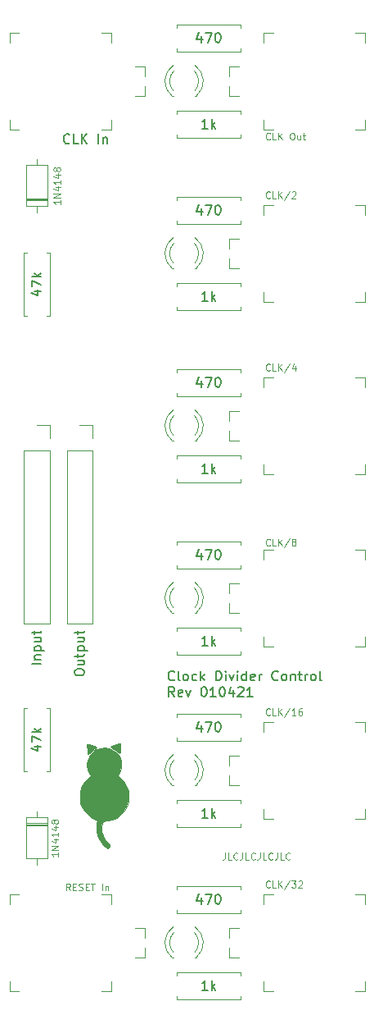
<source format=gbr>
G04 #@! TF.GenerationSoftware,KiCad,Pcbnew,(5.1.9)-1*
G04 #@! TF.CreationDate,2021-04-27T02:12:15+02:00*
G04 #@! TF.ProjectId,Clock Divider Control,436c6f63-6b20-4446-9976-696465722043,rev?*
G04 #@! TF.SameCoordinates,Original*
G04 #@! TF.FileFunction,Legend,Top*
G04 #@! TF.FilePolarity,Positive*
%FSLAX46Y46*%
G04 Gerber Fmt 4.6, Leading zero omitted, Abs format (unit mm)*
G04 Created by KiCad (PCBNEW (5.1.9)-1) date 2021-04-27 02:12:15*
%MOMM*%
%LPD*%
G01*
G04 APERTURE LIST*
%ADD10C,0.100000*%
%ADD11C,0.150000*%
%ADD12C,0.010000*%
%ADD13C,0.120000*%
G04 APERTURE END LIST*
D10*
X23291666Y-85976666D02*
X23291666Y-86476666D01*
X23258333Y-86576666D01*
X23191666Y-86643333D01*
X23091666Y-86676666D01*
X23025000Y-86676666D01*
X23958333Y-86676666D02*
X23625000Y-86676666D01*
X23625000Y-85976666D01*
X24591666Y-86610000D02*
X24558333Y-86643333D01*
X24458333Y-86676666D01*
X24391666Y-86676666D01*
X24291666Y-86643333D01*
X24225000Y-86576666D01*
X24191666Y-86510000D01*
X24158333Y-86376666D01*
X24158333Y-86276666D01*
X24191666Y-86143333D01*
X24225000Y-86076666D01*
X24291666Y-86010000D01*
X24391666Y-85976666D01*
X24458333Y-85976666D01*
X24558333Y-86010000D01*
X24591666Y-86043333D01*
X25091666Y-85976666D02*
X25091666Y-86476666D01*
X25058333Y-86576666D01*
X24991666Y-86643333D01*
X24891666Y-86676666D01*
X24825000Y-86676666D01*
X25758333Y-86676666D02*
X25425000Y-86676666D01*
X25425000Y-85976666D01*
X26391666Y-86610000D02*
X26358333Y-86643333D01*
X26258333Y-86676666D01*
X26191666Y-86676666D01*
X26091666Y-86643333D01*
X26025000Y-86576666D01*
X25991666Y-86510000D01*
X25958333Y-86376666D01*
X25958333Y-86276666D01*
X25991666Y-86143333D01*
X26025000Y-86076666D01*
X26091666Y-86010000D01*
X26191666Y-85976666D01*
X26258333Y-85976666D01*
X26358333Y-86010000D01*
X26391666Y-86043333D01*
X26891666Y-85976666D02*
X26891666Y-86476666D01*
X26858333Y-86576666D01*
X26791666Y-86643333D01*
X26691666Y-86676666D01*
X26625000Y-86676666D01*
X27558333Y-86676666D02*
X27225000Y-86676666D01*
X27225000Y-85976666D01*
X28191666Y-86610000D02*
X28158333Y-86643333D01*
X28058333Y-86676666D01*
X27991666Y-86676666D01*
X27891666Y-86643333D01*
X27825000Y-86576666D01*
X27791666Y-86510000D01*
X27758333Y-86376666D01*
X27758333Y-86276666D01*
X27791666Y-86143333D01*
X27825000Y-86076666D01*
X27891666Y-86010000D01*
X27991666Y-85976666D01*
X28058333Y-85976666D01*
X28158333Y-86010000D01*
X28191666Y-86043333D01*
X28691666Y-85976666D02*
X28691666Y-86476666D01*
X28658333Y-86576666D01*
X28591666Y-86643333D01*
X28491666Y-86676666D01*
X28425000Y-86676666D01*
X29358333Y-86676666D02*
X29025000Y-86676666D01*
X29025000Y-85976666D01*
X29991666Y-86610000D02*
X29958333Y-86643333D01*
X29858333Y-86676666D01*
X29791666Y-86676666D01*
X29691666Y-86643333D01*
X29625000Y-86576666D01*
X29591666Y-86510000D01*
X29558333Y-86376666D01*
X29558333Y-86276666D01*
X29591666Y-86143333D01*
X29625000Y-86076666D01*
X29691666Y-86010000D01*
X29791666Y-85976666D01*
X29858333Y-85976666D01*
X29958333Y-86010000D01*
X29991666Y-86043333D01*
D11*
X18052023Y-68112142D02*
X18004404Y-68159761D01*
X17861547Y-68207380D01*
X17766309Y-68207380D01*
X17623452Y-68159761D01*
X17528214Y-68064523D01*
X17480595Y-67969285D01*
X17432976Y-67778809D01*
X17432976Y-67635952D01*
X17480595Y-67445476D01*
X17528214Y-67350238D01*
X17623452Y-67255000D01*
X17766309Y-67207380D01*
X17861547Y-67207380D01*
X18004404Y-67255000D01*
X18052023Y-67302619D01*
X18623452Y-68207380D02*
X18528214Y-68159761D01*
X18480595Y-68064523D01*
X18480595Y-67207380D01*
X19147261Y-68207380D02*
X19052023Y-68159761D01*
X19004404Y-68112142D01*
X18956785Y-68016904D01*
X18956785Y-67731190D01*
X19004404Y-67635952D01*
X19052023Y-67588333D01*
X19147261Y-67540714D01*
X19290119Y-67540714D01*
X19385357Y-67588333D01*
X19432976Y-67635952D01*
X19480595Y-67731190D01*
X19480595Y-68016904D01*
X19432976Y-68112142D01*
X19385357Y-68159761D01*
X19290119Y-68207380D01*
X19147261Y-68207380D01*
X20337738Y-68159761D02*
X20242500Y-68207380D01*
X20052023Y-68207380D01*
X19956785Y-68159761D01*
X19909166Y-68112142D01*
X19861547Y-68016904D01*
X19861547Y-67731190D01*
X19909166Y-67635952D01*
X19956785Y-67588333D01*
X20052023Y-67540714D01*
X20242500Y-67540714D01*
X20337738Y-67588333D01*
X20766309Y-68207380D02*
X20766309Y-67207380D01*
X20861547Y-67826428D02*
X21147261Y-68207380D01*
X21147261Y-67540714D02*
X20766309Y-67921666D01*
X22337738Y-68207380D02*
X22337738Y-67207380D01*
X22575833Y-67207380D01*
X22718690Y-67255000D01*
X22813928Y-67350238D01*
X22861547Y-67445476D01*
X22909166Y-67635952D01*
X22909166Y-67778809D01*
X22861547Y-67969285D01*
X22813928Y-68064523D01*
X22718690Y-68159761D01*
X22575833Y-68207380D01*
X22337738Y-68207380D01*
X23337738Y-68207380D02*
X23337738Y-67540714D01*
X23337738Y-67207380D02*
X23290119Y-67255000D01*
X23337738Y-67302619D01*
X23385357Y-67255000D01*
X23337738Y-67207380D01*
X23337738Y-67302619D01*
X23718690Y-67540714D02*
X23956785Y-68207380D01*
X24194880Y-67540714D01*
X24575833Y-68207380D02*
X24575833Y-67540714D01*
X24575833Y-67207380D02*
X24528214Y-67255000D01*
X24575833Y-67302619D01*
X24623452Y-67255000D01*
X24575833Y-67207380D01*
X24575833Y-67302619D01*
X25480595Y-68207380D02*
X25480595Y-67207380D01*
X25480595Y-68159761D02*
X25385357Y-68207380D01*
X25194880Y-68207380D01*
X25099642Y-68159761D01*
X25052023Y-68112142D01*
X25004404Y-68016904D01*
X25004404Y-67731190D01*
X25052023Y-67635952D01*
X25099642Y-67588333D01*
X25194880Y-67540714D01*
X25385357Y-67540714D01*
X25480595Y-67588333D01*
X26337738Y-68159761D02*
X26242500Y-68207380D01*
X26052023Y-68207380D01*
X25956785Y-68159761D01*
X25909166Y-68064523D01*
X25909166Y-67683571D01*
X25956785Y-67588333D01*
X26052023Y-67540714D01*
X26242500Y-67540714D01*
X26337738Y-67588333D01*
X26385357Y-67683571D01*
X26385357Y-67778809D01*
X25909166Y-67874047D01*
X26813928Y-68207380D02*
X26813928Y-67540714D01*
X26813928Y-67731190D02*
X26861547Y-67635952D01*
X26909166Y-67588333D01*
X27004404Y-67540714D01*
X27099642Y-67540714D01*
X28766309Y-68112142D02*
X28718690Y-68159761D01*
X28575833Y-68207380D01*
X28480595Y-68207380D01*
X28337738Y-68159761D01*
X28242500Y-68064523D01*
X28194880Y-67969285D01*
X28147261Y-67778809D01*
X28147261Y-67635952D01*
X28194880Y-67445476D01*
X28242500Y-67350238D01*
X28337738Y-67255000D01*
X28480595Y-67207380D01*
X28575833Y-67207380D01*
X28718690Y-67255000D01*
X28766309Y-67302619D01*
X29337738Y-68207380D02*
X29242500Y-68159761D01*
X29194880Y-68112142D01*
X29147261Y-68016904D01*
X29147261Y-67731190D01*
X29194880Y-67635952D01*
X29242500Y-67588333D01*
X29337738Y-67540714D01*
X29480595Y-67540714D01*
X29575833Y-67588333D01*
X29623452Y-67635952D01*
X29671071Y-67731190D01*
X29671071Y-68016904D01*
X29623452Y-68112142D01*
X29575833Y-68159761D01*
X29480595Y-68207380D01*
X29337738Y-68207380D01*
X30099642Y-67540714D02*
X30099642Y-68207380D01*
X30099642Y-67635952D02*
X30147261Y-67588333D01*
X30242500Y-67540714D01*
X30385357Y-67540714D01*
X30480595Y-67588333D01*
X30528214Y-67683571D01*
X30528214Y-68207380D01*
X30861547Y-67540714D02*
X31242500Y-67540714D01*
X31004404Y-67207380D02*
X31004404Y-68064523D01*
X31052023Y-68159761D01*
X31147261Y-68207380D01*
X31242500Y-68207380D01*
X31575833Y-68207380D02*
X31575833Y-67540714D01*
X31575833Y-67731190D02*
X31623452Y-67635952D01*
X31671071Y-67588333D01*
X31766309Y-67540714D01*
X31861547Y-67540714D01*
X32337738Y-68207380D02*
X32242500Y-68159761D01*
X32194880Y-68112142D01*
X32147261Y-68016904D01*
X32147261Y-67731190D01*
X32194880Y-67635952D01*
X32242500Y-67588333D01*
X32337738Y-67540714D01*
X32480595Y-67540714D01*
X32575833Y-67588333D01*
X32623452Y-67635952D01*
X32671071Y-67731190D01*
X32671071Y-68016904D01*
X32623452Y-68112142D01*
X32575833Y-68159761D01*
X32480595Y-68207380D01*
X32337738Y-68207380D01*
X33242500Y-68207380D02*
X33147261Y-68159761D01*
X33099642Y-68064523D01*
X33099642Y-67207380D01*
X18052023Y-69857380D02*
X17718690Y-69381190D01*
X17480595Y-69857380D02*
X17480595Y-68857380D01*
X17861547Y-68857380D01*
X17956785Y-68905000D01*
X18004404Y-68952619D01*
X18052023Y-69047857D01*
X18052023Y-69190714D01*
X18004404Y-69285952D01*
X17956785Y-69333571D01*
X17861547Y-69381190D01*
X17480595Y-69381190D01*
X18861547Y-69809761D02*
X18766309Y-69857380D01*
X18575833Y-69857380D01*
X18480595Y-69809761D01*
X18432976Y-69714523D01*
X18432976Y-69333571D01*
X18480595Y-69238333D01*
X18575833Y-69190714D01*
X18766309Y-69190714D01*
X18861547Y-69238333D01*
X18909166Y-69333571D01*
X18909166Y-69428809D01*
X18432976Y-69524047D01*
X19242500Y-69190714D02*
X19480595Y-69857380D01*
X19718690Y-69190714D01*
X21052023Y-68857380D02*
X21147261Y-68857380D01*
X21242500Y-68905000D01*
X21290119Y-68952619D01*
X21337738Y-69047857D01*
X21385357Y-69238333D01*
X21385357Y-69476428D01*
X21337738Y-69666904D01*
X21290119Y-69762142D01*
X21242500Y-69809761D01*
X21147261Y-69857380D01*
X21052023Y-69857380D01*
X20956785Y-69809761D01*
X20909166Y-69762142D01*
X20861547Y-69666904D01*
X20813928Y-69476428D01*
X20813928Y-69238333D01*
X20861547Y-69047857D01*
X20909166Y-68952619D01*
X20956785Y-68905000D01*
X21052023Y-68857380D01*
X22337738Y-69857380D02*
X21766309Y-69857380D01*
X22052023Y-69857380D02*
X22052023Y-68857380D01*
X21956785Y-69000238D01*
X21861547Y-69095476D01*
X21766309Y-69143095D01*
X22956785Y-68857380D02*
X23052023Y-68857380D01*
X23147261Y-68905000D01*
X23194880Y-68952619D01*
X23242500Y-69047857D01*
X23290119Y-69238333D01*
X23290119Y-69476428D01*
X23242500Y-69666904D01*
X23194880Y-69762142D01*
X23147261Y-69809761D01*
X23052023Y-69857380D01*
X22956785Y-69857380D01*
X22861547Y-69809761D01*
X22813928Y-69762142D01*
X22766309Y-69666904D01*
X22718690Y-69476428D01*
X22718690Y-69238333D01*
X22766309Y-69047857D01*
X22813928Y-68952619D01*
X22861547Y-68905000D01*
X22956785Y-68857380D01*
X24147261Y-69190714D02*
X24147261Y-69857380D01*
X23909166Y-68809761D02*
X23671071Y-69524047D01*
X24290119Y-69524047D01*
X24623452Y-68952619D02*
X24671071Y-68905000D01*
X24766309Y-68857380D01*
X25004404Y-68857380D01*
X25099642Y-68905000D01*
X25147261Y-68952619D01*
X25194880Y-69047857D01*
X25194880Y-69143095D01*
X25147261Y-69285952D01*
X24575833Y-69857380D01*
X25194880Y-69857380D01*
X26147261Y-69857380D02*
X25575833Y-69857380D01*
X25861547Y-69857380D02*
X25861547Y-68857380D01*
X25766309Y-69000238D01*
X25671071Y-69095476D01*
X25575833Y-69143095D01*
D12*
G04 #@! TO.C,G\u002A\u002A\u002A*
G36*
X11251975Y-75180533D02*
G01*
X11639529Y-75329561D01*
X11986874Y-75592268D01*
X12020458Y-75625178D01*
X12259055Y-75902088D01*
X12409725Y-76185374D01*
X12492509Y-76521590D01*
X12518932Y-76783159D01*
X12529654Y-77058677D01*
X12511742Y-77260634D01*
X12454670Y-77447923D01*
X12364921Y-77644864D01*
X12179587Y-78023673D01*
X12449200Y-78247629D01*
X12798462Y-78618667D01*
X13072837Y-79075043D01*
X13256494Y-79582167D01*
X13333602Y-80105445D01*
X13335000Y-80183282D01*
X13274094Y-80711320D01*
X13101737Y-81209219D01*
X12833466Y-81660702D01*
X12484822Y-82049491D01*
X12071342Y-82359310D01*
X11608566Y-82573880D01*
X11112032Y-82676923D01*
X10948071Y-82683684D01*
X10760332Y-82693029D01*
X10654696Y-82742592D01*
X10579815Y-82864664D01*
X10549853Y-82934124D01*
X10466088Y-83302435D01*
X10496622Y-83712429D01*
X10636393Y-84145591D01*
X10880336Y-84583404D01*
X11069598Y-84834623D01*
X11238260Y-85055034D01*
X11315470Y-85211237D01*
X11309114Y-85328485D01*
X11249526Y-85410842D01*
X11119072Y-85484092D01*
X10968517Y-85450022D01*
X10783972Y-85303000D01*
X10664337Y-85173553D01*
X10314002Y-84687667D01*
X10081051Y-84180772D01*
X9972200Y-83668744D01*
X9964776Y-83519211D01*
X9969742Y-83247845D01*
X9987931Y-83000606D01*
X10012845Y-82843508D01*
X10035402Y-82728381D01*
X10014438Y-82648134D01*
X9926350Y-82574707D01*
X9747535Y-82480041D01*
X9678634Y-82446221D01*
X9245674Y-82169047D01*
X8856572Y-81794867D01*
X8547301Y-81360126D01*
X8479123Y-81230895D01*
X8390392Y-81034189D01*
X8334836Y-80858821D01*
X8304911Y-80662432D01*
X8293077Y-80402661D01*
X8291513Y-80177105D01*
X8295439Y-79853856D01*
X8312416Y-79621295D01*
X8350242Y-79436526D01*
X8416716Y-79256658D01*
X8485954Y-79107632D01*
X8651006Y-78829538D01*
X8871785Y-78537723D01*
X9039765Y-78354758D01*
X9399137Y-78002937D01*
X9270820Y-77820021D01*
X9077922Y-77430417D01*
X9001035Y-76983652D01*
X9007869Y-76736863D01*
X9112282Y-76263612D01*
X9325150Y-75856640D01*
X9632542Y-75528451D01*
X10020521Y-75291544D01*
X10475156Y-75158421D01*
X10795000Y-75133462D01*
X11251975Y-75180533D01*
G37*
X11251975Y-75180533D02*
X11639529Y-75329561D01*
X11986874Y-75592268D01*
X12020458Y-75625178D01*
X12259055Y-75902088D01*
X12409725Y-76185374D01*
X12492509Y-76521590D01*
X12518932Y-76783159D01*
X12529654Y-77058677D01*
X12511742Y-77260634D01*
X12454670Y-77447923D01*
X12364921Y-77644864D01*
X12179587Y-78023673D01*
X12449200Y-78247629D01*
X12798462Y-78618667D01*
X13072837Y-79075043D01*
X13256494Y-79582167D01*
X13333602Y-80105445D01*
X13335000Y-80183282D01*
X13274094Y-80711320D01*
X13101737Y-81209219D01*
X12833466Y-81660702D01*
X12484822Y-82049491D01*
X12071342Y-82359310D01*
X11608566Y-82573880D01*
X11112032Y-82676923D01*
X10948071Y-82683684D01*
X10760332Y-82693029D01*
X10654696Y-82742592D01*
X10579815Y-82864664D01*
X10549853Y-82934124D01*
X10466088Y-83302435D01*
X10496622Y-83712429D01*
X10636393Y-84145591D01*
X10880336Y-84583404D01*
X11069598Y-84834623D01*
X11238260Y-85055034D01*
X11315470Y-85211237D01*
X11309114Y-85328485D01*
X11249526Y-85410842D01*
X11119072Y-85484092D01*
X10968517Y-85450022D01*
X10783972Y-85303000D01*
X10664337Y-85173553D01*
X10314002Y-84687667D01*
X10081051Y-84180772D01*
X9972200Y-83668744D01*
X9964776Y-83519211D01*
X9969742Y-83247845D01*
X9987931Y-83000606D01*
X10012845Y-82843508D01*
X10035402Y-82728381D01*
X10014438Y-82648134D01*
X9926350Y-82574707D01*
X9747535Y-82480041D01*
X9678634Y-82446221D01*
X9245674Y-82169047D01*
X8856572Y-81794867D01*
X8547301Y-81360126D01*
X8479123Y-81230895D01*
X8390392Y-81034189D01*
X8334836Y-80858821D01*
X8304911Y-80662432D01*
X8293077Y-80402661D01*
X8291513Y-80177105D01*
X8295439Y-79853856D01*
X8312416Y-79621295D01*
X8350242Y-79436526D01*
X8416716Y-79256658D01*
X8485954Y-79107632D01*
X8651006Y-78829538D01*
X8871785Y-78537723D01*
X9039765Y-78354758D01*
X9399137Y-78002937D01*
X9270820Y-77820021D01*
X9077922Y-77430417D01*
X9001035Y-76983652D01*
X9007869Y-76736863D01*
X9112282Y-76263612D01*
X9325150Y-75856640D01*
X9632542Y-75528451D01*
X10020521Y-75291544D01*
X10475156Y-75158421D01*
X10795000Y-75133462D01*
X11251975Y-75180533D01*
G36*
X9232294Y-74770838D02*
G01*
X9464355Y-74855666D01*
X9511297Y-74874997D01*
X9736716Y-74976489D01*
X9901523Y-75064463D01*
X9977519Y-75123415D01*
X9979192Y-75132244D01*
X9921342Y-75190770D01*
X9787196Y-75301610D01*
X9608839Y-75440540D01*
X9418356Y-75583341D01*
X9247832Y-75705791D01*
X9129350Y-75783670D01*
X9096041Y-75798947D01*
X9077104Y-75737774D01*
X9052203Y-75576047D01*
X9026214Y-75346456D01*
X9022035Y-75302978D01*
X9002508Y-75053432D01*
X8994029Y-74854343D01*
X8998140Y-74744507D01*
X8999621Y-74738973D01*
X9068675Y-74729626D01*
X9232294Y-74770838D01*
G37*
X9232294Y-74770838D02*
X9464355Y-74855666D01*
X9511297Y-74874997D01*
X9736716Y-74976489D01*
X9901523Y-75064463D01*
X9977519Y-75123415D01*
X9979192Y-75132244D01*
X9921342Y-75190770D01*
X9787196Y-75301610D01*
X9608839Y-75440540D01*
X9418356Y-75583341D01*
X9247832Y-75705791D01*
X9129350Y-75783670D01*
X9096041Y-75798947D01*
X9077104Y-75737774D01*
X9052203Y-75576047D01*
X9026214Y-75346456D01*
X9022035Y-75302978D01*
X9002508Y-75053432D01*
X8994029Y-74854343D01*
X8998140Y-74744507D01*
X8999621Y-74738973D01*
X9068675Y-74729626D01*
X9232294Y-74770838D01*
G36*
X12453089Y-74701229D02*
G01*
X12468741Y-74822829D01*
X12466837Y-75026949D01*
X12466052Y-75132181D01*
X12459100Y-75421033D01*
X12436688Y-75591612D01*
X12396483Y-75658681D01*
X12382500Y-75660971D01*
X12291195Y-75623371D01*
X12122628Y-75527277D01*
X11908766Y-75391273D01*
X11844907Y-75348426D01*
X11390867Y-75040174D01*
X11778065Y-74879704D01*
X12082368Y-74751385D01*
X12281744Y-74673522D01*
X12398037Y-74654132D01*
X12453089Y-74701229D01*
G37*
X12453089Y-74701229D02*
X12468741Y-74822829D01*
X12466837Y-75026949D01*
X12466052Y-75132181D01*
X12459100Y-75421033D01*
X12436688Y-75591612D01*
X12396483Y-75658681D01*
X12382500Y-75660971D01*
X12291195Y-75623371D01*
X12122628Y-75527277D01*
X11908766Y-75391273D01*
X11844907Y-75348426D01*
X11390867Y-75040174D01*
X11778065Y-74879704D01*
X12082368Y-74751385D01*
X12281744Y-74673522D01*
X12398037Y-74654132D01*
X12453089Y-74701229D01*
D13*
G04 #@! TO.C,J10*
X8255000Y-41850000D02*
X9585000Y-41850000D01*
X9585000Y-41850000D02*
X9585000Y-43180000D01*
X9585000Y-44450000D02*
X9585000Y-62290000D01*
X6925000Y-62290000D02*
X9585000Y-62290000D01*
X6925000Y-44450000D02*
X6925000Y-62290000D01*
X6925000Y-44450000D02*
X9585000Y-44450000D01*
G04 #@! TO.C,J3*
X3810000Y-41850000D02*
X5140000Y-41850000D01*
X5140000Y-41850000D02*
X5140000Y-43180000D01*
X5140000Y-44450000D02*
X5140000Y-62290000D01*
X2480000Y-62290000D02*
X5140000Y-62290000D01*
X2480000Y-44450000D02*
X2480000Y-62290000D01*
X2480000Y-44450000D02*
X5140000Y-44450000D01*
G04 #@! TO.C,R29*
X18320000Y-865000D02*
X18320000Y-535000D01*
X18320000Y-535000D02*
X24860000Y-535000D01*
X24860000Y-535000D02*
X24860000Y-865000D01*
X18320000Y-2945000D02*
X18320000Y-3275000D01*
X18320000Y-3275000D02*
X24860000Y-3275000D01*
X24860000Y-3275000D02*
X24860000Y-2945000D01*
G04 #@! TO.C,R28*
X18320000Y-9755000D02*
X18320000Y-9425000D01*
X18320000Y-9425000D02*
X24860000Y-9425000D01*
X24860000Y-9425000D02*
X24860000Y-9755000D01*
X18320000Y-11835000D02*
X18320000Y-12165000D01*
X18320000Y-12165000D02*
X24860000Y-12165000D01*
X24860000Y-12165000D02*
X24860000Y-11835000D01*
G04 #@! TO.C,J9*
X23750000Y-7850000D02*
X24750000Y-7850000D01*
X23750000Y-6850000D02*
X23750000Y-7850000D01*
X23750000Y-4850000D02*
X23750000Y-5850000D01*
X24750000Y-4850000D02*
X23750000Y-4850000D01*
X37750000Y-10350000D02*
X37750000Y-11350000D01*
X37750000Y-11350000D02*
X36750000Y-11350000D01*
X37750000Y-2350000D02*
X37750000Y-1350000D01*
X37750000Y-1350000D02*
X36750000Y-1350000D01*
X28250000Y-1350000D02*
X27250000Y-1350000D01*
X27250000Y-1350000D02*
X27250000Y-2350000D01*
X28250000Y-11350000D02*
X27250000Y-11350000D01*
X27250000Y-11350000D02*
X27250000Y-10350000D01*
G04 #@! TO.C,D9*
X17814000Y-7910000D02*
X17970000Y-7910000D01*
X20130000Y-7910000D02*
X20286000Y-7910000D01*
X20129837Y-5308870D02*
G75*
G02*
X20130000Y-7390961I-1079837J-1041130D01*
G01*
X17970163Y-5308870D02*
G75*
G03*
X17970000Y-7390961I1079837J-1041130D01*
G01*
X20128608Y-4677665D02*
G75*
G02*
X20285516Y-7910000I-1078608J-1672335D01*
G01*
X17971392Y-4677665D02*
G75*
G03*
X17814484Y-7910000I1078608J-1672335D01*
G01*
G04 #@! TO.C,J8*
X23750000Y-96750000D02*
X24750000Y-96750000D01*
X23750000Y-95750000D02*
X23750000Y-96750000D01*
X23750000Y-93750000D02*
X23750000Y-94750000D01*
X24750000Y-93750000D02*
X23750000Y-93750000D01*
X37750000Y-99250000D02*
X37750000Y-100250000D01*
X37750000Y-100250000D02*
X36750000Y-100250000D01*
X37750000Y-91250000D02*
X37750000Y-90250000D01*
X37750000Y-90250000D02*
X36750000Y-90250000D01*
X28250000Y-90250000D02*
X27250000Y-90250000D01*
X27250000Y-90250000D02*
X27250000Y-91250000D01*
X28250000Y-100250000D02*
X27250000Y-100250000D01*
X27250000Y-100250000D02*
X27250000Y-99250000D01*
G04 #@! TO.C,J7*
X23750000Y-78970000D02*
X24750000Y-78970000D01*
X23750000Y-77970000D02*
X23750000Y-78970000D01*
X23750000Y-75970000D02*
X23750000Y-76970000D01*
X24750000Y-75970000D02*
X23750000Y-75970000D01*
X37750000Y-81470000D02*
X37750000Y-82470000D01*
X37750000Y-82470000D02*
X36750000Y-82470000D01*
X37750000Y-73470000D02*
X37750000Y-72470000D01*
X37750000Y-72470000D02*
X36750000Y-72470000D01*
X28250000Y-72470000D02*
X27250000Y-72470000D01*
X27250000Y-72470000D02*
X27250000Y-73470000D01*
X28250000Y-82470000D02*
X27250000Y-82470000D01*
X27250000Y-82470000D02*
X27250000Y-81470000D01*
G04 #@! TO.C,J6*
X23750000Y-61190000D02*
X24750000Y-61190000D01*
X23750000Y-60190000D02*
X23750000Y-61190000D01*
X23750000Y-58190000D02*
X23750000Y-59190000D01*
X24750000Y-58190000D02*
X23750000Y-58190000D01*
X37750000Y-63690000D02*
X37750000Y-64690000D01*
X37750000Y-64690000D02*
X36750000Y-64690000D01*
X37750000Y-55690000D02*
X37750000Y-54690000D01*
X37750000Y-54690000D02*
X36750000Y-54690000D01*
X28250000Y-54690000D02*
X27250000Y-54690000D01*
X27250000Y-54690000D02*
X27250000Y-55690000D01*
X28250000Y-64690000D02*
X27250000Y-64690000D01*
X27250000Y-64690000D02*
X27250000Y-63690000D01*
G04 #@! TO.C,J5*
X23750000Y-43410000D02*
X24750000Y-43410000D01*
X23750000Y-42410000D02*
X23750000Y-43410000D01*
X23750000Y-40410000D02*
X23750000Y-41410000D01*
X24750000Y-40410000D02*
X23750000Y-40410000D01*
X37750000Y-45910000D02*
X37750000Y-46910000D01*
X37750000Y-46910000D02*
X36750000Y-46910000D01*
X37750000Y-37910000D02*
X37750000Y-36910000D01*
X37750000Y-36910000D02*
X36750000Y-36910000D01*
X28250000Y-36910000D02*
X27250000Y-36910000D01*
X27250000Y-36910000D02*
X27250000Y-37910000D01*
X28250000Y-46910000D02*
X27250000Y-46910000D01*
X27250000Y-46910000D02*
X27250000Y-45910000D01*
G04 #@! TO.C,J4*
X23750000Y-25630000D02*
X24750000Y-25630000D01*
X23750000Y-24630000D02*
X23750000Y-25630000D01*
X23750000Y-22630000D02*
X23750000Y-23630000D01*
X24750000Y-22630000D02*
X23750000Y-22630000D01*
X37750000Y-28130000D02*
X37750000Y-29130000D01*
X37750000Y-29130000D02*
X36750000Y-29130000D01*
X37750000Y-20130000D02*
X37750000Y-19130000D01*
X37750000Y-19130000D02*
X36750000Y-19130000D01*
X28250000Y-19130000D02*
X27250000Y-19130000D01*
X27250000Y-19130000D02*
X27250000Y-20130000D01*
X28250000Y-29130000D02*
X27250000Y-29130000D01*
X27250000Y-29130000D02*
X27250000Y-28130000D01*
G04 #@! TO.C,J2*
X14985000Y-93750000D02*
X13985000Y-93750000D01*
X14985000Y-94750000D02*
X14985000Y-93750000D01*
X14985000Y-96750000D02*
X14985000Y-95750000D01*
X13985000Y-96750000D02*
X14985000Y-96750000D01*
X985000Y-91250000D02*
X985000Y-90250000D01*
X985000Y-90250000D02*
X1985000Y-90250000D01*
X985000Y-99250000D02*
X985000Y-100250000D01*
X985000Y-100250000D02*
X1985000Y-100250000D01*
X10485000Y-100250000D02*
X11485000Y-100250000D01*
X11485000Y-100250000D02*
X11485000Y-99250000D01*
X10485000Y-90250000D02*
X11485000Y-90250000D01*
X11485000Y-90250000D02*
X11485000Y-91250000D01*
G04 #@! TO.C,J1*
X14985000Y-4850000D02*
X13985000Y-4850000D01*
X14985000Y-5850000D02*
X14985000Y-4850000D01*
X14985000Y-7850000D02*
X14985000Y-6850000D01*
X13985000Y-7850000D02*
X14985000Y-7850000D01*
X985000Y-2350000D02*
X985000Y-1350000D01*
X985000Y-1350000D02*
X1985000Y-1350000D01*
X985000Y-10350000D02*
X985000Y-11350000D01*
X985000Y-11350000D02*
X1985000Y-11350000D01*
X10485000Y-11350000D02*
X11485000Y-11350000D01*
X11485000Y-11350000D02*
X11485000Y-10350000D01*
X10485000Y-1350000D02*
X11485000Y-1350000D01*
X11485000Y-1350000D02*
X11485000Y-2350000D01*
G04 #@! TO.C,D8*
X17814000Y-96810000D02*
X17970000Y-96810000D01*
X20130000Y-96810000D02*
X20286000Y-96810000D01*
X20129837Y-94208870D02*
G75*
G02*
X20130000Y-96290961I-1079837J-1041130D01*
G01*
X17970163Y-94208870D02*
G75*
G03*
X17970000Y-96290961I1079837J-1041130D01*
G01*
X20128608Y-93577665D02*
G75*
G02*
X20285516Y-96810000I-1078608J-1672335D01*
G01*
X17971392Y-93577665D02*
G75*
G03*
X17814484Y-96810000I1078608J-1672335D01*
G01*
G04 #@! TO.C,D7*
X17814000Y-79030000D02*
X17970000Y-79030000D01*
X20130000Y-79030000D02*
X20286000Y-79030000D01*
X20129837Y-76428870D02*
G75*
G02*
X20130000Y-78510961I-1079837J-1041130D01*
G01*
X17970163Y-76428870D02*
G75*
G03*
X17970000Y-78510961I1079837J-1041130D01*
G01*
X20128608Y-75797665D02*
G75*
G02*
X20285516Y-79030000I-1078608J-1672335D01*
G01*
X17971392Y-75797665D02*
G75*
G03*
X17814484Y-79030000I1078608J-1672335D01*
G01*
G04 #@! TO.C,D6*
X17814000Y-61250000D02*
X17970000Y-61250000D01*
X20130000Y-61250000D02*
X20286000Y-61250000D01*
X20129837Y-58648870D02*
G75*
G02*
X20130000Y-60730961I-1079837J-1041130D01*
G01*
X17970163Y-58648870D02*
G75*
G03*
X17970000Y-60730961I1079837J-1041130D01*
G01*
X20128608Y-58017665D02*
G75*
G02*
X20285516Y-61250000I-1078608J-1672335D01*
G01*
X17971392Y-58017665D02*
G75*
G03*
X17814484Y-61250000I1078608J-1672335D01*
G01*
G04 #@! TO.C,D5*
X17814000Y-43470000D02*
X17970000Y-43470000D01*
X20130000Y-43470000D02*
X20286000Y-43470000D01*
X20129837Y-40868870D02*
G75*
G02*
X20130000Y-42950961I-1079837J-1041130D01*
G01*
X17970163Y-40868870D02*
G75*
G03*
X17970000Y-42950961I1079837J-1041130D01*
G01*
X20128608Y-40237665D02*
G75*
G02*
X20285516Y-43470000I-1078608J-1672335D01*
G01*
X17971392Y-40237665D02*
G75*
G03*
X17814484Y-43470000I1078608J-1672335D01*
G01*
G04 #@! TO.C,D4*
X17814000Y-25690000D02*
X17970000Y-25690000D01*
X20130000Y-25690000D02*
X20286000Y-25690000D01*
X20129837Y-23088870D02*
G75*
G02*
X20130000Y-25170961I-1079837J-1041130D01*
G01*
X17970163Y-23088870D02*
G75*
G03*
X17970000Y-25170961I1079837J-1041130D01*
G01*
X20128608Y-22457665D02*
G75*
G02*
X20285516Y-25690000I-1078608J-1672335D01*
G01*
X17971392Y-22457665D02*
G75*
G03*
X17814484Y-25690000I1078608J-1672335D01*
G01*
G04 #@! TO.C,R26*
X18320000Y-89765000D02*
X18320000Y-89435000D01*
X18320000Y-89435000D02*
X24860000Y-89435000D01*
X24860000Y-89435000D02*
X24860000Y-89765000D01*
X18320000Y-91845000D02*
X18320000Y-92175000D01*
X18320000Y-92175000D02*
X24860000Y-92175000D01*
X24860000Y-92175000D02*
X24860000Y-91845000D01*
G04 #@! TO.C,R25*
X18320000Y-98655000D02*
X18320000Y-98325000D01*
X18320000Y-98325000D02*
X24860000Y-98325000D01*
X24860000Y-98325000D02*
X24860000Y-98655000D01*
X18320000Y-100735000D02*
X18320000Y-101065000D01*
X18320000Y-101065000D02*
X24860000Y-101065000D01*
X24860000Y-101065000D02*
X24860000Y-100735000D01*
G04 #@! TO.C,R24*
X18320000Y-71985000D02*
X18320000Y-71655000D01*
X18320000Y-71655000D02*
X24860000Y-71655000D01*
X24860000Y-71655000D02*
X24860000Y-71985000D01*
X18320000Y-74065000D02*
X18320000Y-74395000D01*
X18320000Y-74395000D02*
X24860000Y-74395000D01*
X24860000Y-74395000D02*
X24860000Y-74065000D01*
G04 #@! TO.C,R23*
X18320000Y-80875000D02*
X18320000Y-80545000D01*
X18320000Y-80545000D02*
X24860000Y-80545000D01*
X24860000Y-80545000D02*
X24860000Y-80875000D01*
X18320000Y-82955000D02*
X18320000Y-83285000D01*
X18320000Y-83285000D02*
X24860000Y-83285000D01*
X24860000Y-83285000D02*
X24860000Y-82955000D01*
G04 #@! TO.C,R22*
X18320000Y-54205000D02*
X18320000Y-53875000D01*
X18320000Y-53875000D02*
X24860000Y-53875000D01*
X24860000Y-53875000D02*
X24860000Y-54205000D01*
X18320000Y-56285000D02*
X18320000Y-56615000D01*
X18320000Y-56615000D02*
X24860000Y-56615000D01*
X24860000Y-56615000D02*
X24860000Y-56285000D01*
G04 #@! TO.C,R21*
X18320000Y-63095000D02*
X18320000Y-62765000D01*
X18320000Y-62765000D02*
X24860000Y-62765000D01*
X24860000Y-62765000D02*
X24860000Y-63095000D01*
X18320000Y-65175000D02*
X18320000Y-65505000D01*
X18320000Y-65505000D02*
X24860000Y-65505000D01*
X24860000Y-65505000D02*
X24860000Y-65175000D01*
G04 #@! TO.C,R20*
X18320000Y-36425000D02*
X18320000Y-36095000D01*
X18320000Y-36095000D02*
X24860000Y-36095000D01*
X24860000Y-36095000D02*
X24860000Y-36425000D01*
X18320000Y-38505000D02*
X18320000Y-38835000D01*
X18320000Y-38835000D02*
X24860000Y-38835000D01*
X24860000Y-38835000D02*
X24860000Y-38505000D01*
G04 #@! TO.C,R19*
X18320000Y-45315000D02*
X18320000Y-44985000D01*
X18320000Y-44985000D02*
X24860000Y-44985000D01*
X24860000Y-44985000D02*
X24860000Y-45315000D01*
X18320000Y-47395000D02*
X18320000Y-47725000D01*
X18320000Y-47725000D02*
X24860000Y-47725000D01*
X24860000Y-47725000D02*
X24860000Y-47395000D01*
G04 #@! TO.C,R18*
X18320000Y-18645000D02*
X18320000Y-18315000D01*
X18320000Y-18315000D02*
X24860000Y-18315000D01*
X24860000Y-18315000D02*
X24860000Y-18645000D01*
X18320000Y-20725000D02*
X18320000Y-21055000D01*
X18320000Y-21055000D02*
X24860000Y-21055000D01*
X24860000Y-21055000D02*
X24860000Y-20725000D01*
G04 #@! TO.C,R17*
X18320000Y-27535000D02*
X18320000Y-27205000D01*
X18320000Y-27205000D02*
X24860000Y-27205000D01*
X24860000Y-27205000D02*
X24860000Y-27535000D01*
X18320000Y-29615000D02*
X18320000Y-29945000D01*
X18320000Y-29945000D02*
X24860000Y-29945000D01*
X24860000Y-29945000D02*
X24860000Y-29615000D01*
G04 #@! TO.C,R4*
X4850000Y-71025000D02*
X5180000Y-71025000D01*
X5180000Y-71025000D02*
X5180000Y-77565000D01*
X5180000Y-77565000D02*
X4850000Y-77565000D01*
X2770000Y-71025000D02*
X2440000Y-71025000D01*
X2440000Y-71025000D02*
X2440000Y-77565000D01*
X2440000Y-77565000D02*
X2770000Y-77565000D01*
G04 #@! TO.C,R3*
X2770000Y-30575000D02*
X2440000Y-30575000D01*
X2440000Y-30575000D02*
X2440000Y-24035000D01*
X2440000Y-24035000D02*
X2770000Y-24035000D01*
X4850000Y-30575000D02*
X5180000Y-30575000D01*
X5180000Y-30575000D02*
X5180000Y-24035000D01*
X5180000Y-24035000D02*
X4850000Y-24035000D01*
G04 #@! TO.C,D2*
X4930000Y-82335000D02*
X2690000Y-82335000D01*
X2690000Y-82335000D02*
X2690000Y-86575000D01*
X2690000Y-86575000D02*
X4930000Y-86575000D01*
X4930000Y-86575000D02*
X4930000Y-82335000D01*
X3810000Y-81685000D02*
X3810000Y-82335000D01*
X3810000Y-87225000D02*
X3810000Y-86575000D01*
X4930000Y-83055000D02*
X2690000Y-83055000D01*
X4930000Y-83175000D02*
X2690000Y-83175000D01*
X4930000Y-82935000D02*
X2690000Y-82935000D01*
G04 #@! TO.C,D1*
X2690000Y-19265000D02*
X4930000Y-19265000D01*
X4930000Y-19265000D02*
X4930000Y-15025000D01*
X4930000Y-15025000D02*
X2690000Y-15025000D01*
X2690000Y-15025000D02*
X2690000Y-19265000D01*
X3810000Y-19915000D02*
X3810000Y-19265000D01*
X3810000Y-14375000D02*
X3810000Y-15025000D01*
X2690000Y-18545000D02*
X4930000Y-18545000D01*
X2690000Y-18425000D02*
X4930000Y-18425000D01*
X2690000Y-18665000D02*
X4930000Y-18665000D01*
G04 #@! TO.C,J10*
D11*
X7707380Y-67438690D02*
X7707380Y-67248214D01*
X7755000Y-67152976D01*
X7850238Y-67057738D01*
X8040714Y-67010119D01*
X8374047Y-67010119D01*
X8564523Y-67057738D01*
X8659761Y-67152976D01*
X8707380Y-67248214D01*
X8707380Y-67438690D01*
X8659761Y-67533928D01*
X8564523Y-67629166D01*
X8374047Y-67676785D01*
X8040714Y-67676785D01*
X7850238Y-67629166D01*
X7755000Y-67533928D01*
X7707380Y-67438690D01*
X8040714Y-66152976D02*
X8707380Y-66152976D01*
X8040714Y-66581547D02*
X8564523Y-66581547D01*
X8659761Y-66533928D01*
X8707380Y-66438690D01*
X8707380Y-66295833D01*
X8659761Y-66200595D01*
X8612142Y-66152976D01*
X8040714Y-65819642D02*
X8040714Y-65438690D01*
X7707380Y-65676785D02*
X8564523Y-65676785D01*
X8659761Y-65629166D01*
X8707380Y-65533928D01*
X8707380Y-65438690D01*
X8040714Y-65105357D02*
X9040714Y-65105357D01*
X8088333Y-65105357D02*
X8040714Y-65010119D01*
X8040714Y-64819642D01*
X8088333Y-64724404D01*
X8135952Y-64676785D01*
X8231190Y-64629166D01*
X8516904Y-64629166D01*
X8612142Y-64676785D01*
X8659761Y-64724404D01*
X8707380Y-64819642D01*
X8707380Y-65010119D01*
X8659761Y-65105357D01*
X8040714Y-63772023D02*
X8707380Y-63772023D01*
X8040714Y-64200595D02*
X8564523Y-64200595D01*
X8659761Y-64152976D01*
X8707380Y-64057738D01*
X8707380Y-63914880D01*
X8659761Y-63819642D01*
X8612142Y-63772023D01*
X8040714Y-63438690D02*
X8040714Y-63057738D01*
X7707380Y-63295833D02*
X8564523Y-63295833D01*
X8659761Y-63248214D01*
X8707380Y-63152976D01*
X8707380Y-63057738D01*
G04 #@! TO.C,J3*
X4262380Y-66486309D02*
X3262380Y-66486309D01*
X3595714Y-66010119D02*
X4262380Y-66010119D01*
X3690952Y-66010119D02*
X3643333Y-65962500D01*
X3595714Y-65867261D01*
X3595714Y-65724404D01*
X3643333Y-65629166D01*
X3738571Y-65581547D01*
X4262380Y-65581547D01*
X3595714Y-65105357D02*
X4595714Y-65105357D01*
X3643333Y-65105357D02*
X3595714Y-65010119D01*
X3595714Y-64819642D01*
X3643333Y-64724404D01*
X3690952Y-64676785D01*
X3786190Y-64629166D01*
X4071904Y-64629166D01*
X4167142Y-64676785D01*
X4214761Y-64724404D01*
X4262380Y-64819642D01*
X4262380Y-65010119D01*
X4214761Y-65105357D01*
X3595714Y-63772023D02*
X4262380Y-63772023D01*
X3595714Y-64200595D02*
X4119523Y-64200595D01*
X4214761Y-64152976D01*
X4262380Y-64057738D01*
X4262380Y-63914880D01*
X4214761Y-63819642D01*
X4167142Y-63772023D01*
X3595714Y-63438690D02*
X3595714Y-63057738D01*
X3262380Y-63295833D02*
X4119523Y-63295833D01*
X4214761Y-63248214D01*
X4262380Y-63152976D01*
X4262380Y-63057738D01*
G04 #@! TO.C,R29*
X20828095Y-1690714D02*
X20828095Y-2357380D01*
X20590000Y-1309761D02*
X20351904Y-2024047D01*
X20970952Y-2024047D01*
X21256666Y-1357380D02*
X21923333Y-1357380D01*
X21494761Y-2357380D01*
X22494761Y-1357380D02*
X22590000Y-1357380D01*
X22685238Y-1405000D01*
X22732857Y-1452619D01*
X22780476Y-1547857D01*
X22828095Y-1738333D01*
X22828095Y-1976428D01*
X22780476Y-2166904D01*
X22732857Y-2262142D01*
X22685238Y-2309761D01*
X22590000Y-2357380D01*
X22494761Y-2357380D01*
X22399523Y-2309761D01*
X22351904Y-2262142D01*
X22304285Y-2166904D01*
X22256666Y-1976428D01*
X22256666Y-1738333D01*
X22304285Y-1547857D01*
X22351904Y-1452619D01*
X22399523Y-1405000D01*
X22494761Y-1357380D01*
G04 #@! TO.C,R28*
X21470952Y-11247380D02*
X20899523Y-11247380D01*
X21185238Y-11247380D02*
X21185238Y-10247380D01*
X21090000Y-10390238D01*
X20994761Y-10485476D01*
X20899523Y-10533095D01*
X21899523Y-11247380D02*
X21899523Y-10247380D01*
X21994761Y-10866428D02*
X22280476Y-11247380D01*
X22280476Y-10580714D02*
X21899523Y-10961666D01*
G04 #@! TO.C,J9*
D10*
X27936666Y-12315000D02*
X27903333Y-12348333D01*
X27803333Y-12381666D01*
X27736666Y-12381666D01*
X27636666Y-12348333D01*
X27570000Y-12281666D01*
X27536666Y-12215000D01*
X27503333Y-12081666D01*
X27503333Y-11981666D01*
X27536666Y-11848333D01*
X27570000Y-11781666D01*
X27636666Y-11715000D01*
X27736666Y-11681666D01*
X27803333Y-11681666D01*
X27903333Y-11715000D01*
X27936666Y-11748333D01*
X28570000Y-12381666D02*
X28236666Y-12381666D01*
X28236666Y-11681666D01*
X28803333Y-12381666D02*
X28803333Y-11681666D01*
X29203333Y-12381666D02*
X28903333Y-11981666D01*
X29203333Y-11681666D02*
X28803333Y-12081666D01*
X30170000Y-11681666D02*
X30303333Y-11681666D01*
X30370000Y-11715000D01*
X30436666Y-11781666D01*
X30470000Y-11915000D01*
X30470000Y-12148333D01*
X30436666Y-12281666D01*
X30370000Y-12348333D01*
X30303333Y-12381666D01*
X30170000Y-12381666D01*
X30103333Y-12348333D01*
X30036666Y-12281666D01*
X30003333Y-12148333D01*
X30003333Y-11915000D01*
X30036666Y-11781666D01*
X30103333Y-11715000D01*
X30170000Y-11681666D01*
X31070000Y-11915000D02*
X31070000Y-12381666D01*
X30770000Y-11915000D02*
X30770000Y-12281666D01*
X30803333Y-12348333D01*
X30870000Y-12381666D01*
X30970000Y-12381666D01*
X31036666Y-12348333D01*
X31070000Y-12315000D01*
X31303333Y-11915000D02*
X31570000Y-11915000D01*
X31403333Y-11681666D02*
X31403333Y-12281666D01*
X31436666Y-12348333D01*
X31503333Y-12381666D01*
X31570000Y-12381666D01*
G04 #@! TO.C,J8*
X27936666Y-89500000D02*
X27903333Y-89533333D01*
X27803333Y-89566666D01*
X27736666Y-89566666D01*
X27636666Y-89533333D01*
X27570000Y-89466666D01*
X27536666Y-89400000D01*
X27503333Y-89266666D01*
X27503333Y-89166666D01*
X27536666Y-89033333D01*
X27570000Y-88966666D01*
X27636666Y-88900000D01*
X27736666Y-88866666D01*
X27803333Y-88866666D01*
X27903333Y-88900000D01*
X27936666Y-88933333D01*
X28570000Y-89566666D02*
X28236666Y-89566666D01*
X28236666Y-88866666D01*
X28803333Y-89566666D02*
X28803333Y-88866666D01*
X29203333Y-89566666D02*
X28903333Y-89166666D01*
X29203333Y-88866666D02*
X28803333Y-89266666D01*
X30003333Y-88833333D02*
X29403333Y-89733333D01*
X30170000Y-88866666D02*
X30603333Y-88866666D01*
X30370000Y-89133333D01*
X30470000Y-89133333D01*
X30536666Y-89166666D01*
X30570000Y-89200000D01*
X30603333Y-89266666D01*
X30603333Y-89433333D01*
X30570000Y-89500000D01*
X30536666Y-89533333D01*
X30470000Y-89566666D01*
X30270000Y-89566666D01*
X30203333Y-89533333D01*
X30170000Y-89500000D01*
X30870000Y-88933333D02*
X30903333Y-88900000D01*
X30970000Y-88866666D01*
X31136666Y-88866666D01*
X31203333Y-88900000D01*
X31236666Y-88933333D01*
X31270000Y-89000000D01*
X31270000Y-89066666D01*
X31236666Y-89166666D01*
X30836666Y-89566666D01*
X31270000Y-89566666D01*
G04 #@! TO.C,J7*
X27936666Y-71720000D02*
X27903333Y-71753333D01*
X27803333Y-71786666D01*
X27736666Y-71786666D01*
X27636666Y-71753333D01*
X27570000Y-71686666D01*
X27536666Y-71620000D01*
X27503333Y-71486666D01*
X27503333Y-71386666D01*
X27536666Y-71253333D01*
X27570000Y-71186666D01*
X27636666Y-71120000D01*
X27736666Y-71086666D01*
X27803333Y-71086666D01*
X27903333Y-71120000D01*
X27936666Y-71153333D01*
X28570000Y-71786666D02*
X28236666Y-71786666D01*
X28236666Y-71086666D01*
X28803333Y-71786666D02*
X28803333Y-71086666D01*
X29203333Y-71786666D02*
X28903333Y-71386666D01*
X29203333Y-71086666D02*
X28803333Y-71486666D01*
X30003333Y-71053333D02*
X29403333Y-71953333D01*
X30603333Y-71786666D02*
X30203333Y-71786666D01*
X30403333Y-71786666D02*
X30403333Y-71086666D01*
X30336666Y-71186666D01*
X30270000Y-71253333D01*
X30203333Y-71286666D01*
X31203333Y-71086666D02*
X31070000Y-71086666D01*
X31003333Y-71120000D01*
X30970000Y-71153333D01*
X30903333Y-71253333D01*
X30870000Y-71386666D01*
X30870000Y-71653333D01*
X30903333Y-71720000D01*
X30936666Y-71753333D01*
X31003333Y-71786666D01*
X31136666Y-71786666D01*
X31203333Y-71753333D01*
X31236666Y-71720000D01*
X31270000Y-71653333D01*
X31270000Y-71486666D01*
X31236666Y-71420000D01*
X31203333Y-71386666D01*
X31136666Y-71353333D01*
X31003333Y-71353333D01*
X30936666Y-71386666D01*
X30903333Y-71420000D01*
X30870000Y-71486666D01*
G04 #@! TO.C,J6*
X27936666Y-54225000D02*
X27903333Y-54258333D01*
X27803333Y-54291666D01*
X27736666Y-54291666D01*
X27636666Y-54258333D01*
X27570000Y-54191666D01*
X27536666Y-54125000D01*
X27503333Y-53991666D01*
X27503333Y-53891666D01*
X27536666Y-53758333D01*
X27570000Y-53691666D01*
X27636666Y-53625000D01*
X27736666Y-53591666D01*
X27803333Y-53591666D01*
X27903333Y-53625000D01*
X27936666Y-53658333D01*
X28570000Y-54291666D02*
X28236666Y-54291666D01*
X28236666Y-53591666D01*
X28803333Y-54291666D02*
X28803333Y-53591666D01*
X29203333Y-54291666D02*
X28903333Y-53891666D01*
X29203333Y-53591666D02*
X28803333Y-53991666D01*
X30003333Y-53558333D02*
X29403333Y-54458333D01*
X30336666Y-53891666D02*
X30270000Y-53858333D01*
X30236666Y-53825000D01*
X30203333Y-53758333D01*
X30203333Y-53725000D01*
X30236666Y-53658333D01*
X30270000Y-53625000D01*
X30336666Y-53591666D01*
X30470000Y-53591666D01*
X30536666Y-53625000D01*
X30570000Y-53658333D01*
X30603333Y-53725000D01*
X30603333Y-53758333D01*
X30570000Y-53825000D01*
X30536666Y-53858333D01*
X30470000Y-53891666D01*
X30336666Y-53891666D01*
X30270000Y-53925000D01*
X30236666Y-53958333D01*
X30203333Y-54025000D01*
X30203333Y-54158333D01*
X30236666Y-54225000D01*
X30270000Y-54258333D01*
X30336666Y-54291666D01*
X30470000Y-54291666D01*
X30536666Y-54258333D01*
X30570000Y-54225000D01*
X30603333Y-54158333D01*
X30603333Y-54025000D01*
X30570000Y-53958333D01*
X30536666Y-53925000D01*
X30470000Y-53891666D01*
G04 #@! TO.C,J5*
X27936666Y-36160000D02*
X27903333Y-36193333D01*
X27803333Y-36226666D01*
X27736666Y-36226666D01*
X27636666Y-36193333D01*
X27570000Y-36126666D01*
X27536666Y-36060000D01*
X27503333Y-35926666D01*
X27503333Y-35826666D01*
X27536666Y-35693333D01*
X27570000Y-35626666D01*
X27636666Y-35560000D01*
X27736666Y-35526666D01*
X27803333Y-35526666D01*
X27903333Y-35560000D01*
X27936666Y-35593333D01*
X28570000Y-36226666D02*
X28236666Y-36226666D01*
X28236666Y-35526666D01*
X28803333Y-36226666D02*
X28803333Y-35526666D01*
X29203333Y-36226666D02*
X28903333Y-35826666D01*
X29203333Y-35526666D02*
X28803333Y-35926666D01*
X30003333Y-35493333D02*
X29403333Y-36393333D01*
X30536666Y-35760000D02*
X30536666Y-36226666D01*
X30370000Y-35493333D02*
X30203333Y-35993333D01*
X30636666Y-35993333D01*
G04 #@! TO.C,J4*
X27936666Y-18380000D02*
X27903333Y-18413333D01*
X27803333Y-18446666D01*
X27736666Y-18446666D01*
X27636666Y-18413333D01*
X27570000Y-18346666D01*
X27536666Y-18280000D01*
X27503333Y-18146666D01*
X27503333Y-18046666D01*
X27536666Y-17913333D01*
X27570000Y-17846666D01*
X27636666Y-17780000D01*
X27736666Y-17746666D01*
X27803333Y-17746666D01*
X27903333Y-17780000D01*
X27936666Y-17813333D01*
X28570000Y-18446666D02*
X28236666Y-18446666D01*
X28236666Y-17746666D01*
X28803333Y-18446666D02*
X28803333Y-17746666D01*
X29203333Y-18446666D02*
X28903333Y-18046666D01*
X29203333Y-17746666D02*
X28803333Y-18146666D01*
X30003333Y-17713333D02*
X29403333Y-18613333D01*
X30203333Y-17813333D02*
X30236666Y-17780000D01*
X30303333Y-17746666D01*
X30470000Y-17746666D01*
X30536666Y-17780000D01*
X30570000Y-17813333D01*
X30603333Y-17880000D01*
X30603333Y-17946666D01*
X30570000Y-18046666D01*
X30170000Y-18446666D01*
X30603333Y-18446666D01*
G04 #@! TO.C,J2*
X7265000Y-89851666D02*
X7031666Y-89518333D01*
X6865000Y-89851666D02*
X6865000Y-89151666D01*
X7131666Y-89151666D01*
X7198333Y-89185000D01*
X7231666Y-89218333D01*
X7265000Y-89285000D01*
X7265000Y-89385000D01*
X7231666Y-89451666D01*
X7198333Y-89485000D01*
X7131666Y-89518333D01*
X6865000Y-89518333D01*
X7565000Y-89485000D02*
X7798333Y-89485000D01*
X7898333Y-89851666D02*
X7565000Y-89851666D01*
X7565000Y-89151666D01*
X7898333Y-89151666D01*
X8165000Y-89818333D02*
X8265000Y-89851666D01*
X8431666Y-89851666D01*
X8498333Y-89818333D01*
X8531666Y-89785000D01*
X8565000Y-89718333D01*
X8565000Y-89651666D01*
X8531666Y-89585000D01*
X8498333Y-89551666D01*
X8431666Y-89518333D01*
X8298333Y-89485000D01*
X8231666Y-89451666D01*
X8198333Y-89418333D01*
X8165000Y-89351666D01*
X8165000Y-89285000D01*
X8198333Y-89218333D01*
X8231666Y-89185000D01*
X8298333Y-89151666D01*
X8465000Y-89151666D01*
X8565000Y-89185000D01*
X8865000Y-89485000D02*
X9098333Y-89485000D01*
X9198333Y-89851666D02*
X8865000Y-89851666D01*
X8865000Y-89151666D01*
X9198333Y-89151666D01*
X9398333Y-89151666D02*
X9798333Y-89151666D01*
X9598333Y-89851666D02*
X9598333Y-89151666D01*
X10565000Y-89851666D02*
X10565000Y-89151666D01*
X10898333Y-89385000D02*
X10898333Y-89851666D01*
X10898333Y-89451666D02*
X10931666Y-89418333D01*
X10998333Y-89385000D01*
X11098333Y-89385000D01*
X11165000Y-89418333D01*
X11198333Y-89485000D01*
X11198333Y-89851666D01*
G04 #@! TO.C,J1*
D11*
X7189642Y-12707142D02*
X7142023Y-12754761D01*
X6999166Y-12802380D01*
X6903928Y-12802380D01*
X6761071Y-12754761D01*
X6665833Y-12659523D01*
X6618214Y-12564285D01*
X6570595Y-12373809D01*
X6570595Y-12230952D01*
X6618214Y-12040476D01*
X6665833Y-11945238D01*
X6761071Y-11850000D01*
X6903928Y-11802380D01*
X6999166Y-11802380D01*
X7142023Y-11850000D01*
X7189642Y-11897619D01*
X8094404Y-12802380D02*
X7618214Y-12802380D01*
X7618214Y-11802380D01*
X8427738Y-12802380D02*
X8427738Y-11802380D01*
X8999166Y-12802380D02*
X8570595Y-12230952D01*
X8999166Y-11802380D02*
X8427738Y-12373809D01*
X10189642Y-12802380D02*
X10189642Y-11802380D01*
X10665833Y-12135714D02*
X10665833Y-12802380D01*
X10665833Y-12230952D02*
X10713452Y-12183333D01*
X10808690Y-12135714D01*
X10951547Y-12135714D01*
X11046785Y-12183333D01*
X11094404Y-12278571D01*
X11094404Y-12802380D01*
G04 #@! TO.C,R26*
X20828095Y-90590714D02*
X20828095Y-91257380D01*
X20590000Y-90209761D02*
X20351904Y-90924047D01*
X20970952Y-90924047D01*
X21256666Y-90257380D02*
X21923333Y-90257380D01*
X21494761Y-91257380D01*
X22494761Y-90257380D02*
X22590000Y-90257380D01*
X22685238Y-90305000D01*
X22732857Y-90352619D01*
X22780476Y-90447857D01*
X22828095Y-90638333D01*
X22828095Y-90876428D01*
X22780476Y-91066904D01*
X22732857Y-91162142D01*
X22685238Y-91209761D01*
X22590000Y-91257380D01*
X22494761Y-91257380D01*
X22399523Y-91209761D01*
X22351904Y-91162142D01*
X22304285Y-91066904D01*
X22256666Y-90876428D01*
X22256666Y-90638333D01*
X22304285Y-90447857D01*
X22351904Y-90352619D01*
X22399523Y-90305000D01*
X22494761Y-90257380D01*
G04 #@! TO.C,R25*
X21470952Y-100147380D02*
X20899523Y-100147380D01*
X21185238Y-100147380D02*
X21185238Y-99147380D01*
X21090000Y-99290238D01*
X20994761Y-99385476D01*
X20899523Y-99433095D01*
X21899523Y-100147380D02*
X21899523Y-99147380D01*
X21994761Y-99766428D02*
X22280476Y-100147380D01*
X22280476Y-99480714D02*
X21899523Y-99861666D01*
G04 #@! TO.C,R24*
X20828095Y-72810714D02*
X20828095Y-73477380D01*
X20590000Y-72429761D02*
X20351904Y-73144047D01*
X20970952Y-73144047D01*
X21256666Y-72477380D02*
X21923333Y-72477380D01*
X21494761Y-73477380D01*
X22494761Y-72477380D02*
X22590000Y-72477380D01*
X22685238Y-72525000D01*
X22732857Y-72572619D01*
X22780476Y-72667857D01*
X22828095Y-72858333D01*
X22828095Y-73096428D01*
X22780476Y-73286904D01*
X22732857Y-73382142D01*
X22685238Y-73429761D01*
X22590000Y-73477380D01*
X22494761Y-73477380D01*
X22399523Y-73429761D01*
X22351904Y-73382142D01*
X22304285Y-73286904D01*
X22256666Y-73096428D01*
X22256666Y-72858333D01*
X22304285Y-72667857D01*
X22351904Y-72572619D01*
X22399523Y-72525000D01*
X22494761Y-72477380D01*
G04 #@! TO.C,R23*
X21470952Y-82367380D02*
X20899523Y-82367380D01*
X21185238Y-82367380D02*
X21185238Y-81367380D01*
X21090000Y-81510238D01*
X20994761Y-81605476D01*
X20899523Y-81653095D01*
X21899523Y-82367380D02*
X21899523Y-81367380D01*
X21994761Y-81986428D02*
X22280476Y-82367380D01*
X22280476Y-81700714D02*
X21899523Y-82081666D01*
G04 #@! TO.C,R22*
X20828095Y-55030714D02*
X20828095Y-55697380D01*
X20590000Y-54649761D02*
X20351904Y-55364047D01*
X20970952Y-55364047D01*
X21256666Y-54697380D02*
X21923333Y-54697380D01*
X21494761Y-55697380D01*
X22494761Y-54697380D02*
X22590000Y-54697380D01*
X22685238Y-54745000D01*
X22732857Y-54792619D01*
X22780476Y-54887857D01*
X22828095Y-55078333D01*
X22828095Y-55316428D01*
X22780476Y-55506904D01*
X22732857Y-55602142D01*
X22685238Y-55649761D01*
X22590000Y-55697380D01*
X22494761Y-55697380D01*
X22399523Y-55649761D01*
X22351904Y-55602142D01*
X22304285Y-55506904D01*
X22256666Y-55316428D01*
X22256666Y-55078333D01*
X22304285Y-54887857D01*
X22351904Y-54792619D01*
X22399523Y-54745000D01*
X22494761Y-54697380D01*
G04 #@! TO.C,R21*
X21470952Y-64587380D02*
X20899523Y-64587380D01*
X21185238Y-64587380D02*
X21185238Y-63587380D01*
X21090000Y-63730238D01*
X20994761Y-63825476D01*
X20899523Y-63873095D01*
X21899523Y-64587380D02*
X21899523Y-63587380D01*
X21994761Y-64206428D02*
X22280476Y-64587380D01*
X22280476Y-63920714D02*
X21899523Y-64301666D01*
G04 #@! TO.C,R20*
X20828095Y-37250714D02*
X20828095Y-37917380D01*
X20590000Y-36869761D02*
X20351904Y-37584047D01*
X20970952Y-37584047D01*
X21256666Y-36917380D02*
X21923333Y-36917380D01*
X21494761Y-37917380D01*
X22494761Y-36917380D02*
X22590000Y-36917380D01*
X22685238Y-36965000D01*
X22732857Y-37012619D01*
X22780476Y-37107857D01*
X22828095Y-37298333D01*
X22828095Y-37536428D01*
X22780476Y-37726904D01*
X22732857Y-37822142D01*
X22685238Y-37869761D01*
X22590000Y-37917380D01*
X22494761Y-37917380D01*
X22399523Y-37869761D01*
X22351904Y-37822142D01*
X22304285Y-37726904D01*
X22256666Y-37536428D01*
X22256666Y-37298333D01*
X22304285Y-37107857D01*
X22351904Y-37012619D01*
X22399523Y-36965000D01*
X22494761Y-36917380D01*
G04 #@! TO.C,R19*
X21470952Y-46807380D02*
X20899523Y-46807380D01*
X21185238Y-46807380D02*
X21185238Y-45807380D01*
X21090000Y-45950238D01*
X20994761Y-46045476D01*
X20899523Y-46093095D01*
X21899523Y-46807380D02*
X21899523Y-45807380D01*
X21994761Y-46426428D02*
X22280476Y-46807380D01*
X22280476Y-46140714D02*
X21899523Y-46521666D01*
G04 #@! TO.C,R18*
X20828095Y-19470714D02*
X20828095Y-20137380D01*
X20590000Y-19089761D02*
X20351904Y-19804047D01*
X20970952Y-19804047D01*
X21256666Y-19137380D02*
X21923333Y-19137380D01*
X21494761Y-20137380D01*
X22494761Y-19137380D02*
X22590000Y-19137380D01*
X22685238Y-19185000D01*
X22732857Y-19232619D01*
X22780476Y-19327857D01*
X22828095Y-19518333D01*
X22828095Y-19756428D01*
X22780476Y-19946904D01*
X22732857Y-20042142D01*
X22685238Y-20089761D01*
X22590000Y-20137380D01*
X22494761Y-20137380D01*
X22399523Y-20089761D01*
X22351904Y-20042142D01*
X22304285Y-19946904D01*
X22256666Y-19756428D01*
X22256666Y-19518333D01*
X22304285Y-19327857D01*
X22351904Y-19232619D01*
X22399523Y-19185000D01*
X22494761Y-19137380D01*
G04 #@! TO.C,R17*
X21470952Y-29027380D02*
X20899523Y-29027380D01*
X21185238Y-29027380D02*
X21185238Y-28027380D01*
X21090000Y-28170238D01*
X20994761Y-28265476D01*
X20899523Y-28313095D01*
X21899523Y-29027380D02*
X21899523Y-28027380D01*
X21994761Y-28646428D02*
X22280476Y-29027380D01*
X22280476Y-28360714D02*
X21899523Y-28741666D01*
G04 #@! TO.C,R4*
X3595714Y-74985476D02*
X4262380Y-74985476D01*
X3214761Y-75223571D02*
X3929047Y-75461666D01*
X3929047Y-74842619D01*
X3262380Y-74556904D02*
X3262380Y-73890238D01*
X4262380Y-74318809D01*
X4262380Y-73509285D02*
X3262380Y-73509285D01*
X3881428Y-73414047D02*
X4262380Y-73128333D01*
X3595714Y-73128333D02*
X3976666Y-73509285D01*
G04 #@! TO.C,R3*
X3595714Y-27995476D02*
X4262380Y-27995476D01*
X3214761Y-28233571D02*
X3929047Y-28471666D01*
X3929047Y-27852619D01*
X3262380Y-27566904D02*
X3262380Y-26900238D01*
X4262380Y-27328809D01*
X4262380Y-26519285D02*
X3262380Y-26519285D01*
X3881428Y-26424047D02*
X4262380Y-26138333D01*
X3595714Y-26138333D02*
X3976666Y-26519285D01*
G04 #@! TO.C,D2*
D10*
X6031666Y-85955000D02*
X6031666Y-86355000D01*
X6031666Y-86155000D02*
X5331666Y-86155000D01*
X5431666Y-86221666D01*
X5498333Y-86288333D01*
X5531666Y-86355000D01*
X6031666Y-85655000D02*
X5331666Y-85655000D01*
X6031666Y-85255000D01*
X5331666Y-85255000D01*
X5565000Y-84621666D02*
X6031666Y-84621666D01*
X5298333Y-84788333D02*
X5798333Y-84955000D01*
X5798333Y-84521666D01*
X6031666Y-83888333D02*
X6031666Y-84288333D01*
X6031666Y-84088333D02*
X5331666Y-84088333D01*
X5431666Y-84155000D01*
X5498333Y-84221666D01*
X5531666Y-84288333D01*
X5565000Y-83288333D02*
X6031666Y-83288333D01*
X5298333Y-83455000D02*
X5798333Y-83621666D01*
X5798333Y-83188333D01*
X5631666Y-82821666D02*
X5598333Y-82888333D01*
X5565000Y-82921666D01*
X5498333Y-82955000D01*
X5465000Y-82955000D01*
X5398333Y-82921666D01*
X5365000Y-82888333D01*
X5331666Y-82821666D01*
X5331666Y-82688333D01*
X5365000Y-82621666D01*
X5398333Y-82588333D01*
X5465000Y-82555000D01*
X5498333Y-82555000D01*
X5565000Y-82588333D01*
X5598333Y-82621666D01*
X5631666Y-82688333D01*
X5631666Y-82821666D01*
X5665000Y-82888333D01*
X5698333Y-82921666D01*
X5765000Y-82955000D01*
X5898333Y-82955000D01*
X5965000Y-82921666D01*
X5998333Y-82888333D01*
X6031666Y-82821666D01*
X6031666Y-82688333D01*
X5998333Y-82621666D01*
X5965000Y-82588333D01*
X5898333Y-82555000D01*
X5765000Y-82555000D01*
X5698333Y-82588333D01*
X5665000Y-82621666D01*
X5631666Y-82688333D01*
G04 #@! TO.C,D1*
X6246666Y-18645000D02*
X6246666Y-19045000D01*
X6246666Y-18845000D02*
X5546666Y-18845000D01*
X5646666Y-18911666D01*
X5713333Y-18978333D01*
X5746666Y-19045000D01*
X6246666Y-18345000D02*
X5546666Y-18345000D01*
X6246666Y-17945000D01*
X5546666Y-17945000D01*
X5780000Y-17311666D02*
X6246666Y-17311666D01*
X5513333Y-17478333D02*
X6013333Y-17645000D01*
X6013333Y-17211666D01*
X6246666Y-16578333D02*
X6246666Y-16978333D01*
X6246666Y-16778333D02*
X5546666Y-16778333D01*
X5646666Y-16845000D01*
X5713333Y-16911666D01*
X5746666Y-16978333D01*
X5780000Y-15978333D02*
X6246666Y-15978333D01*
X5513333Y-16145000D02*
X6013333Y-16311666D01*
X6013333Y-15878333D01*
X5846666Y-15511666D02*
X5813333Y-15578333D01*
X5780000Y-15611666D01*
X5713333Y-15645000D01*
X5680000Y-15645000D01*
X5613333Y-15611666D01*
X5580000Y-15578333D01*
X5546666Y-15511666D01*
X5546666Y-15378333D01*
X5580000Y-15311666D01*
X5613333Y-15278333D01*
X5680000Y-15245000D01*
X5713333Y-15245000D01*
X5780000Y-15278333D01*
X5813333Y-15311666D01*
X5846666Y-15378333D01*
X5846666Y-15511666D01*
X5880000Y-15578333D01*
X5913333Y-15611666D01*
X5980000Y-15645000D01*
X6113333Y-15645000D01*
X6180000Y-15611666D01*
X6213333Y-15578333D01*
X6246666Y-15511666D01*
X6246666Y-15378333D01*
X6213333Y-15311666D01*
X6180000Y-15278333D01*
X6113333Y-15245000D01*
X5980000Y-15245000D01*
X5913333Y-15278333D01*
X5880000Y-15311666D01*
X5846666Y-15378333D01*
G04 #@! TD*
M02*

</source>
